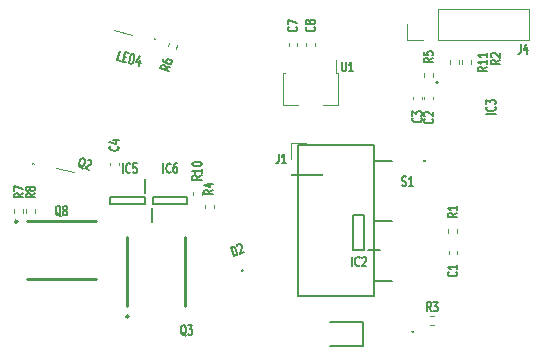
<source format=gbr>
%TF.GenerationSoftware,KiCad,Pcbnew,7.0.1*%
%TF.CreationDate,2024-02-21T00:56:42+02:00*%
%TF.ProjectId,PCBTRIGGERASSEMBLY,50434254-5249-4474-9745-52415353454d,rev?*%
%TF.SameCoordinates,Original*%
%TF.FileFunction,Legend,Top*%
%TF.FilePolarity,Positive*%
%FSLAX46Y46*%
G04 Gerber Fmt 4.6, Leading zero omitted, Abs format (unit mm)*
G04 Created by KiCad (PCBNEW 7.0.1) date 2024-02-21 00:56:42*
%MOMM*%
%LPD*%
G01*
G04 APERTURE LIST*
%ADD10C,0.150000*%
%ADD11C,0.120000*%
%ADD12C,0.200000*%
%ADD13C,0.100000*%
%ADD14C,0.254000*%
G04 APERTURE END LIST*
D10*
%TO.C,R7*%
X93270095Y-101899999D02*
X92889142Y-102099999D01*
X93270095Y-102242856D02*
X92470095Y-102242856D01*
X92470095Y-102242856D02*
X92470095Y-102014285D01*
X92470095Y-102014285D02*
X92508190Y-101957142D01*
X92508190Y-101957142D02*
X92546285Y-101928571D01*
X92546285Y-101928571D02*
X92622476Y-101899999D01*
X92622476Y-101899999D02*
X92736761Y-101899999D01*
X92736761Y-101899999D02*
X92812952Y-101928571D01*
X92812952Y-101928571D02*
X92851047Y-101957142D01*
X92851047Y-101957142D02*
X92889142Y-102014285D01*
X92889142Y-102014285D02*
X92889142Y-102242856D01*
X92470095Y-101699999D02*
X92470095Y-101299999D01*
X92470095Y-101299999D02*
X93270095Y-101557142D01*
%TO.C,IC6*%
X105114286Y-100170095D02*
X105114286Y-99370095D01*
X105742857Y-100093904D02*
X105714285Y-100132000D01*
X105714285Y-100132000D02*
X105628571Y-100170095D01*
X105628571Y-100170095D02*
X105571428Y-100170095D01*
X105571428Y-100170095D02*
X105485714Y-100132000D01*
X105485714Y-100132000D02*
X105428571Y-100055809D01*
X105428571Y-100055809D02*
X105400000Y-99979619D01*
X105400000Y-99979619D02*
X105371428Y-99827238D01*
X105371428Y-99827238D02*
X105371428Y-99712952D01*
X105371428Y-99712952D02*
X105400000Y-99560571D01*
X105400000Y-99560571D02*
X105428571Y-99484380D01*
X105428571Y-99484380D02*
X105485714Y-99408190D01*
X105485714Y-99408190D02*
X105571428Y-99370095D01*
X105571428Y-99370095D02*
X105628571Y-99370095D01*
X105628571Y-99370095D02*
X105714285Y-99408190D01*
X105714285Y-99408190D02*
X105742857Y-99446285D01*
X106257143Y-99370095D02*
X106142857Y-99370095D01*
X106142857Y-99370095D02*
X106085714Y-99408190D01*
X106085714Y-99408190D02*
X106057143Y-99446285D01*
X106057143Y-99446285D02*
X106000000Y-99560571D01*
X106000000Y-99560571D02*
X105971428Y-99712952D01*
X105971428Y-99712952D02*
X105971428Y-100017714D01*
X105971428Y-100017714D02*
X106000000Y-100093904D01*
X106000000Y-100093904D02*
X106028571Y-100132000D01*
X106028571Y-100132000D02*
X106085714Y-100170095D01*
X106085714Y-100170095D02*
X106200000Y-100170095D01*
X106200000Y-100170095D02*
X106257143Y-100132000D01*
X106257143Y-100132000D02*
X106285714Y-100093904D01*
X106285714Y-100093904D02*
X106314285Y-100017714D01*
X106314285Y-100017714D02*
X106314285Y-99827238D01*
X106314285Y-99827238D02*
X106285714Y-99751047D01*
X106285714Y-99751047D02*
X106257143Y-99712952D01*
X106257143Y-99712952D02*
X106200000Y-99674857D01*
X106200000Y-99674857D02*
X106085714Y-99674857D01*
X106085714Y-99674857D02*
X106028571Y-99712952D01*
X106028571Y-99712952D02*
X106000000Y-99751047D01*
X106000000Y-99751047D02*
X105971428Y-99827238D01*
%TO.C,C2*%
X127893904Y-95589999D02*
X127932000Y-95618571D01*
X127932000Y-95618571D02*
X127970095Y-95704285D01*
X127970095Y-95704285D02*
X127970095Y-95761428D01*
X127970095Y-95761428D02*
X127932000Y-95847142D01*
X127932000Y-95847142D02*
X127855809Y-95904285D01*
X127855809Y-95904285D02*
X127779619Y-95932856D01*
X127779619Y-95932856D02*
X127627238Y-95961428D01*
X127627238Y-95961428D02*
X127512952Y-95961428D01*
X127512952Y-95961428D02*
X127360571Y-95932856D01*
X127360571Y-95932856D02*
X127284380Y-95904285D01*
X127284380Y-95904285D02*
X127208190Y-95847142D01*
X127208190Y-95847142D02*
X127170095Y-95761428D01*
X127170095Y-95761428D02*
X127170095Y-95704285D01*
X127170095Y-95704285D02*
X127208190Y-95618571D01*
X127208190Y-95618571D02*
X127246285Y-95589999D01*
X127246285Y-95361428D02*
X127208190Y-95332856D01*
X127208190Y-95332856D02*
X127170095Y-95275714D01*
X127170095Y-95275714D02*
X127170095Y-95132856D01*
X127170095Y-95132856D02*
X127208190Y-95075714D01*
X127208190Y-95075714D02*
X127246285Y-95047142D01*
X127246285Y-95047142D02*
X127322476Y-95018571D01*
X127322476Y-95018571D02*
X127398666Y-95018571D01*
X127398666Y-95018571D02*
X127512952Y-95047142D01*
X127512952Y-95047142D02*
X127970095Y-95389999D01*
X127970095Y-95389999D02*
X127970095Y-95018571D01*
%TO.C,C7*%
X116393904Y-87799999D02*
X116432000Y-87828571D01*
X116432000Y-87828571D02*
X116470095Y-87914285D01*
X116470095Y-87914285D02*
X116470095Y-87971428D01*
X116470095Y-87971428D02*
X116432000Y-88057142D01*
X116432000Y-88057142D02*
X116355809Y-88114285D01*
X116355809Y-88114285D02*
X116279619Y-88142856D01*
X116279619Y-88142856D02*
X116127238Y-88171428D01*
X116127238Y-88171428D02*
X116012952Y-88171428D01*
X116012952Y-88171428D02*
X115860571Y-88142856D01*
X115860571Y-88142856D02*
X115784380Y-88114285D01*
X115784380Y-88114285D02*
X115708190Y-88057142D01*
X115708190Y-88057142D02*
X115670095Y-87971428D01*
X115670095Y-87971428D02*
X115670095Y-87914285D01*
X115670095Y-87914285D02*
X115708190Y-87828571D01*
X115708190Y-87828571D02*
X115746285Y-87799999D01*
X115670095Y-87599999D02*
X115670095Y-87199999D01*
X115670095Y-87199999D02*
X116470095Y-87457142D01*
%TO.C,D2*%
X111136059Y-107213253D02*
X110824760Y-106476305D01*
X110824760Y-106476305D02*
X110956358Y-106420716D01*
X110956358Y-106420716D02*
X111050140Y-106422455D01*
X111050140Y-106422455D02*
X111132427Y-106470405D01*
X111132427Y-106470405D02*
X111188394Y-106529473D01*
X111188394Y-106529473D02*
X111274009Y-106658726D01*
X111274009Y-106658726D02*
X111318480Y-106764004D01*
X111318480Y-106764004D02*
X111351456Y-106915493D01*
X111351456Y-106915493D02*
X111354784Y-106996796D01*
X111354784Y-106996796D02*
X111331792Y-107089218D01*
X111331792Y-107089218D02*
X111267657Y-107157664D01*
X111267657Y-107157664D02*
X111136059Y-107213253D01*
X111380799Y-106324134D02*
X111392295Y-106277923D01*
X111392295Y-106277923D02*
X111430110Y-106220595D01*
X111430110Y-106220595D02*
X111561708Y-106165006D01*
X111561708Y-106165006D02*
X111629171Y-106177863D01*
X111629171Y-106177863D02*
X111670315Y-106201838D01*
X111670315Y-106201838D02*
X111726282Y-106260905D01*
X111726282Y-106260905D02*
X111755929Y-106331091D01*
X111755929Y-106331091D02*
X111774081Y-106447487D01*
X111774081Y-106447487D02*
X111636131Y-107002014D01*
X111636131Y-107002014D02*
X111978286Y-106857483D01*
%TO.C,IC2*%
X121114286Y-108070095D02*
X121114286Y-107270095D01*
X121742857Y-107993904D02*
X121714285Y-108032000D01*
X121714285Y-108032000D02*
X121628571Y-108070095D01*
X121628571Y-108070095D02*
X121571428Y-108070095D01*
X121571428Y-108070095D02*
X121485714Y-108032000D01*
X121485714Y-108032000D02*
X121428571Y-107955809D01*
X121428571Y-107955809D02*
X121400000Y-107879619D01*
X121400000Y-107879619D02*
X121371428Y-107727238D01*
X121371428Y-107727238D02*
X121371428Y-107612952D01*
X121371428Y-107612952D02*
X121400000Y-107460571D01*
X121400000Y-107460571D02*
X121428571Y-107384380D01*
X121428571Y-107384380D02*
X121485714Y-107308190D01*
X121485714Y-107308190D02*
X121571428Y-107270095D01*
X121571428Y-107270095D02*
X121628571Y-107270095D01*
X121628571Y-107270095D02*
X121714285Y-107308190D01*
X121714285Y-107308190D02*
X121742857Y-107346285D01*
X121971428Y-107346285D02*
X122000000Y-107308190D01*
X122000000Y-107308190D02*
X122057143Y-107270095D01*
X122057143Y-107270095D02*
X122200000Y-107270095D01*
X122200000Y-107270095D02*
X122257143Y-107308190D01*
X122257143Y-107308190D02*
X122285714Y-107346285D01*
X122285714Y-107346285D02*
X122314285Y-107422476D01*
X122314285Y-107422476D02*
X122314285Y-107498666D01*
X122314285Y-107498666D02*
X122285714Y-107612952D01*
X122285714Y-107612952D02*
X121942857Y-108070095D01*
X121942857Y-108070095D02*
X122314285Y-108070095D01*
%TO.C,Q8*%
X96442857Y-103846285D02*
X96385714Y-103808190D01*
X96385714Y-103808190D02*
X96328571Y-103732000D01*
X96328571Y-103732000D02*
X96242857Y-103617714D01*
X96242857Y-103617714D02*
X96185714Y-103579619D01*
X96185714Y-103579619D02*
X96128571Y-103579619D01*
X96157142Y-103770095D02*
X96100000Y-103732000D01*
X96100000Y-103732000D02*
X96042857Y-103655809D01*
X96042857Y-103655809D02*
X96014285Y-103503428D01*
X96014285Y-103503428D02*
X96014285Y-103236761D01*
X96014285Y-103236761D02*
X96042857Y-103084380D01*
X96042857Y-103084380D02*
X96100000Y-103008190D01*
X96100000Y-103008190D02*
X96157142Y-102970095D01*
X96157142Y-102970095D02*
X96271428Y-102970095D01*
X96271428Y-102970095D02*
X96328571Y-103008190D01*
X96328571Y-103008190D02*
X96385714Y-103084380D01*
X96385714Y-103084380D02*
X96414285Y-103236761D01*
X96414285Y-103236761D02*
X96414285Y-103503428D01*
X96414285Y-103503428D02*
X96385714Y-103655809D01*
X96385714Y-103655809D02*
X96328571Y-103732000D01*
X96328571Y-103732000D02*
X96271428Y-103770095D01*
X96271428Y-103770095D02*
X96157142Y-103770095D01*
X96757142Y-103312952D02*
X96699999Y-103274857D01*
X96699999Y-103274857D02*
X96671428Y-103236761D01*
X96671428Y-103236761D02*
X96642856Y-103160571D01*
X96642856Y-103160571D02*
X96642856Y-103122476D01*
X96642856Y-103122476D02*
X96671428Y-103046285D01*
X96671428Y-103046285D02*
X96699999Y-103008190D01*
X96699999Y-103008190D02*
X96757142Y-102970095D01*
X96757142Y-102970095D02*
X96871428Y-102970095D01*
X96871428Y-102970095D02*
X96928571Y-103008190D01*
X96928571Y-103008190D02*
X96957142Y-103046285D01*
X96957142Y-103046285D02*
X96985713Y-103122476D01*
X96985713Y-103122476D02*
X96985713Y-103160571D01*
X96985713Y-103160571D02*
X96957142Y-103236761D01*
X96957142Y-103236761D02*
X96928571Y-103274857D01*
X96928571Y-103274857D02*
X96871428Y-103312952D01*
X96871428Y-103312952D02*
X96757142Y-103312952D01*
X96757142Y-103312952D02*
X96699999Y-103351047D01*
X96699999Y-103351047D02*
X96671428Y-103389142D01*
X96671428Y-103389142D02*
X96642856Y-103465333D01*
X96642856Y-103465333D02*
X96642856Y-103617714D01*
X96642856Y-103617714D02*
X96671428Y-103693904D01*
X96671428Y-103693904D02*
X96699999Y-103732000D01*
X96699999Y-103732000D02*
X96757142Y-103770095D01*
X96757142Y-103770095D02*
X96871428Y-103770095D01*
X96871428Y-103770095D02*
X96928571Y-103732000D01*
X96928571Y-103732000D02*
X96957142Y-103693904D01*
X96957142Y-103693904D02*
X96985713Y-103617714D01*
X96985713Y-103617714D02*
X96985713Y-103465333D01*
X96985713Y-103465333D02*
X96957142Y-103389142D01*
X96957142Y-103389142D02*
X96928571Y-103351047D01*
X96928571Y-103351047D02*
X96871428Y-103312952D01*
%TO.C,R10*%
X108394146Y-100385714D02*
X108013193Y-100585714D01*
X108394146Y-100728571D02*
X107594146Y-100728571D01*
X107594146Y-100728571D02*
X107594146Y-100500000D01*
X107594146Y-100500000D02*
X107632241Y-100442857D01*
X107632241Y-100442857D02*
X107670336Y-100414286D01*
X107670336Y-100414286D02*
X107746527Y-100385714D01*
X107746527Y-100385714D02*
X107860812Y-100385714D01*
X107860812Y-100385714D02*
X107937003Y-100414286D01*
X107937003Y-100414286D02*
X107975098Y-100442857D01*
X107975098Y-100442857D02*
X108013193Y-100500000D01*
X108013193Y-100500000D02*
X108013193Y-100728571D01*
X108394146Y-99814286D02*
X108394146Y-100157143D01*
X108394146Y-99985714D02*
X107594146Y-99985714D01*
X107594146Y-99985714D02*
X107708431Y-100042857D01*
X107708431Y-100042857D02*
X107784622Y-100100000D01*
X107784622Y-100100000D02*
X107822717Y-100157143D01*
X107594146Y-99442857D02*
X107594146Y-99385714D01*
X107594146Y-99385714D02*
X107632241Y-99328571D01*
X107632241Y-99328571D02*
X107670336Y-99300000D01*
X107670336Y-99300000D02*
X107746527Y-99271428D01*
X107746527Y-99271428D02*
X107898908Y-99242857D01*
X107898908Y-99242857D02*
X108089384Y-99242857D01*
X108089384Y-99242857D02*
X108241765Y-99271428D01*
X108241765Y-99271428D02*
X108317955Y-99300000D01*
X108317955Y-99300000D02*
X108356051Y-99328571D01*
X108356051Y-99328571D02*
X108394146Y-99385714D01*
X108394146Y-99385714D02*
X108394146Y-99442857D01*
X108394146Y-99442857D02*
X108356051Y-99500000D01*
X108356051Y-99500000D02*
X108317955Y-99528571D01*
X108317955Y-99528571D02*
X108241765Y-99557142D01*
X108241765Y-99557142D02*
X108089384Y-99585714D01*
X108089384Y-99585714D02*
X107898908Y-99585714D01*
X107898908Y-99585714D02*
X107746527Y-99557142D01*
X107746527Y-99557142D02*
X107670336Y-99528571D01*
X107670336Y-99528571D02*
X107632241Y-99500000D01*
X107632241Y-99500000D02*
X107594146Y-99442857D01*
%TO.C,C1*%
X129940036Y-108558430D02*
X129978132Y-108587002D01*
X129978132Y-108587002D02*
X130016227Y-108672716D01*
X130016227Y-108672716D02*
X130016227Y-108729859D01*
X130016227Y-108729859D02*
X129978132Y-108815573D01*
X129978132Y-108815573D02*
X129901941Y-108872716D01*
X129901941Y-108872716D02*
X129825751Y-108901287D01*
X129825751Y-108901287D02*
X129673370Y-108929859D01*
X129673370Y-108929859D02*
X129559084Y-108929859D01*
X129559084Y-108929859D02*
X129406703Y-108901287D01*
X129406703Y-108901287D02*
X129330512Y-108872716D01*
X129330512Y-108872716D02*
X129254322Y-108815573D01*
X129254322Y-108815573D02*
X129216227Y-108729859D01*
X129216227Y-108729859D02*
X129216227Y-108672716D01*
X129216227Y-108672716D02*
X129254322Y-108587002D01*
X129254322Y-108587002D02*
X129292417Y-108558430D01*
X130016227Y-107987002D02*
X130016227Y-108329859D01*
X130016227Y-108158430D02*
X129216227Y-108158430D01*
X129216227Y-108158430D02*
X129330512Y-108215573D01*
X129330512Y-108215573D02*
X129406703Y-108272716D01*
X129406703Y-108272716D02*
X129444798Y-108329859D01*
%TO.C,J1*%
X114899999Y-98570095D02*
X114899999Y-99141523D01*
X114899999Y-99141523D02*
X114871428Y-99255809D01*
X114871428Y-99255809D02*
X114814285Y-99332000D01*
X114814285Y-99332000D02*
X114728571Y-99370095D01*
X114728571Y-99370095D02*
X114671428Y-99370095D01*
X115499999Y-99370095D02*
X115157142Y-99370095D01*
X115328571Y-99370095D02*
X115328571Y-98570095D01*
X115328571Y-98570095D02*
X115271428Y-98684380D01*
X115271428Y-98684380D02*
X115214285Y-98760571D01*
X115214285Y-98760571D02*
X115157142Y-98798666D01*
%TO.C,Q2*%
X98329296Y-99816289D02*
X98283961Y-99764702D01*
X98283961Y-99764702D02*
X98248484Y-99676318D01*
X98248484Y-99676318D02*
X98195270Y-99543742D01*
X98195270Y-99543742D02*
X98149934Y-99492155D01*
X98149934Y-99492155D02*
X98094738Y-99477365D01*
X98073037Y-99668746D02*
X98027701Y-99617159D01*
X98027701Y-99617159D02*
X97992225Y-99528775D01*
X97992225Y-99528775D02*
X98004066Y-99374192D01*
X98004066Y-99374192D02*
X98073085Y-99116612D01*
X98073085Y-99116612D02*
X98140122Y-98976818D01*
X98140122Y-98976818D02*
X98215037Y-98918013D01*
X98215037Y-98918013D02*
X98280092Y-98896005D01*
X98280092Y-98896005D02*
X98390484Y-98925585D01*
X98390484Y-98925585D02*
X98435820Y-98977172D01*
X98435820Y-98977172D02*
X98471296Y-99065556D01*
X98471296Y-99065556D02*
X98459455Y-99220139D01*
X98459455Y-99220139D02*
X98390437Y-99477719D01*
X98390437Y-99477719D02*
X98323400Y-99617513D01*
X98323400Y-99617513D02*
X98248484Y-99676318D01*
X98248484Y-99676318D02*
X98183429Y-99698325D01*
X98183429Y-99698325D02*
X98073037Y-99668746D01*
X98729536Y-99095312D02*
X98766994Y-99065909D01*
X98766994Y-99065909D02*
X98832050Y-99043902D01*
X98832050Y-99043902D02*
X98970039Y-99080876D01*
X98970039Y-99080876D02*
X99015375Y-99132463D01*
X99015375Y-99132463D02*
X99033113Y-99176655D01*
X99033113Y-99176655D02*
X99040992Y-99257644D01*
X99040992Y-99257644D02*
X99021272Y-99331238D01*
X99021272Y-99331238D02*
X98964095Y-99434235D01*
X98964095Y-99434235D02*
X98514603Y-99787063D01*
X98514603Y-99787063D02*
X98873375Y-99883196D01*
%TO.C,R4*%
X109370095Y-101599999D02*
X108989142Y-101799999D01*
X109370095Y-101942856D02*
X108570095Y-101942856D01*
X108570095Y-101942856D02*
X108570095Y-101714285D01*
X108570095Y-101714285D02*
X108608190Y-101657142D01*
X108608190Y-101657142D02*
X108646285Y-101628571D01*
X108646285Y-101628571D02*
X108722476Y-101599999D01*
X108722476Y-101599999D02*
X108836761Y-101599999D01*
X108836761Y-101599999D02*
X108912952Y-101628571D01*
X108912952Y-101628571D02*
X108951047Y-101657142D01*
X108951047Y-101657142D02*
X108989142Y-101714285D01*
X108989142Y-101714285D02*
X108989142Y-101942856D01*
X108836761Y-101085714D02*
X109370095Y-101085714D01*
X108532000Y-101228571D02*
X109103428Y-101371428D01*
X109103428Y-101371428D02*
X109103428Y-100999999D01*
%TO.C,R1*%
X130016227Y-103558430D02*
X129635274Y-103758430D01*
X130016227Y-103901287D02*
X129216227Y-103901287D01*
X129216227Y-103901287D02*
X129216227Y-103672716D01*
X129216227Y-103672716D02*
X129254322Y-103615573D01*
X129254322Y-103615573D02*
X129292417Y-103587002D01*
X129292417Y-103587002D02*
X129368608Y-103558430D01*
X129368608Y-103558430D02*
X129482893Y-103558430D01*
X129482893Y-103558430D02*
X129559084Y-103587002D01*
X129559084Y-103587002D02*
X129597179Y-103615573D01*
X129597179Y-103615573D02*
X129635274Y-103672716D01*
X129635274Y-103672716D02*
X129635274Y-103901287D01*
X130016227Y-102987002D02*
X130016227Y-103329859D01*
X130016227Y-103158430D02*
X129216227Y-103158430D01*
X129216227Y-103158430D02*
X129330512Y-103215573D01*
X129330512Y-103215573D02*
X129406703Y-103272716D01*
X129406703Y-103272716D02*
X129444798Y-103329859D01*
%TO.C,J4*%
X135399999Y-89270095D02*
X135399999Y-89841523D01*
X135399999Y-89841523D02*
X135371428Y-89955809D01*
X135371428Y-89955809D02*
X135314285Y-90032000D01*
X135314285Y-90032000D02*
X135228571Y-90070095D01*
X135228571Y-90070095D02*
X135171428Y-90070095D01*
X135942857Y-89536761D02*
X135942857Y-90070095D01*
X135799999Y-89232000D02*
X135657142Y-89803428D01*
X135657142Y-89803428D02*
X136028571Y-89803428D01*
%TO.C,Q3*%
X107042857Y-113946285D02*
X106985714Y-113908190D01*
X106985714Y-113908190D02*
X106928571Y-113832000D01*
X106928571Y-113832000D02*
X106842857Y-113717714D01*
X106842857Y-113717714D02*
X106785714Y-113679619D01*
X106785714Y-113679619D02*
X106728571Y-113679619D01*
X106757142Y-113870095D02*
X106700000Y-113832000D01*
X106700000Y-113832000D02*
X106642857Y-113755809D01*
X106642857Y-113755809D02*
X106614285Y-113603428D01*
X106614285Y-113603428D02*
X106614285Y-113336761D01*
X106614285Y-113336761D02*
X106642857Y-113184380D01*
X106642857Y-113184380D02*
X106700000Y-113108190D01*
X106700000Y-113108190D02*
X106757142Y-113070095D01*
X106757142Y-113070095D02*
X106871428Y-113070095D01*
X106871428Y-113070095D02*
X106928571Y-113108190D01*
X106928571Y-113108190D02*
X106985714Y-113184380D01*
X106985714Y-113184380D02*
X107014285Y-113336761D01*
X107014285Y-113336761D02*
X107014285Y-113603428D01*
X107014285Y-113603428D02*
X106985714Y-113755809D01*
X106985714Y-113755809D02*
X106928571Y-113832000D01*
X106928571Y-113832000D02*
X106871428Y-113870095D01*
X106871428Y-113870095D02*
X106757142Y-113870095D01*
X107214285Y-113070095D02*
X107585713Y-113070095D01*
X107585713Y-113070095D02*
X107385713Y-113374857D01*
X107385713Y-113374857D02*
X107471428Y-113374857D01*
X107471428Y-113374857D02*
X107528571Y-113412952D01*
X107528571Y-113412952D02*
X107557142Y-113451047D01*
X107557142Y-113451047D02*
X107585713Y-113527238D01*
X107585713Y-113527238D02*
X107585713Y-113717714D01*
X107585713Y-113717714D02*
X107557142Y-113793904D01*
X107557142Y-113793904D02*
X107528571Y-113832000D01*
X107528571Y-113832000D02*
X107471428Y-113870095D01*
X107471428Y-113870095D02*
X107299999Y-113870095D01*
X107299999Y-113870095D02*
X107242856Y-113832000D01*
X107242856Y-113832000D02*
X107214285Y-113793904D01*
%TO.C,R8*%
X94270095Y-101899999D02*
X93889142Y-102099999D01*
X94270095Y-102242856D02*
X93470095Y-102242856D01*
X93470095Y-102242856D02*
X93470095Y-102014285D01*
X93470095Y-102014285D02*
X93508190Y-101957142D01*
X93508190Y-101957142D02*
X93546285Y-101928571D01*
X93546285Y-101928571D02*
X93622476Y-101899999D01*
X93622476Y-101899999D02*
X93736761Y-101899999D01*
X93736761Y-101899999D02*
X93812952Y-101928571D01*
X93812952Y-101928571D02*
X93851047Y-101957142D01*
X93851047Y-101957142D02*
X93889142Y-102014285D01*
X93889142Y-102014285D02*
X93889142Y-102242856D01*
X93812952Y-101557142D02*
X93774857Y-101614285D01*
X93774857Y-101614285D02*
X93736761Y-101642856D01*
X93736761Y-101642856D02*
X93660571Y-101671428D01*
X93660571Y-101671428D02*
X93622476Y-101671428D01*
X93622476Y-101671428D02*
X93546285Y-101642856D01*
X93546285Y-101642856D02*
X93508190Y-101614285D01*
X93508190Y-101614285D02*
X93470095Y-101557142D01*
X93470095Y-101557142D02*
X93470095Y-101442856D01*
X93470095Y-101442856D02*
X93508190Y-101385714D01*
X93508190Y-101385714D02*
X93546285Y-101357142D01*
X93546285Y-101357142D02*
X93622476Y-101328571D01*
X93622476Y-101328571D02*
X93660571Y-101328571D01*
X93660571Y-101328571D02*
X93736761Y-101357142D01*
X93736761Y-101357142D02*
X93774857Y-101385714D01*
X93774857Y-101385714D02*
X93812952Y-101442856D01*
X93812952Y-101442856D02*
X93812952Y-101557142D01*
X93812952Y-101557142D02*
X93851047Y-101614285D01*
X93851047Y-101614285D02*
X93889142Y-101642856D01*
X93889142Y-101642856D02*
X93965333Y-101671428D01*
X93965333Y-101671428D02*
X94117714Y-101671428D01*
X94117714Y-101671428D02*
X94193904Y-101642856D01*
X94193904Y-101642856D02*
X94232000Y-101614285D01*
X94232000Y-101614285D02*
X94270095Y-101557142D01*
X94270095Y-101557142D02*
X94270095Y-101442856D01*
X94270095Y-101442856D02*
X94232000Y-101385714D01*
X94232000Y-101385714D02*
X94193904Y-101357142D01*
X94193904Y-101357142D02*
X94117714Y-101328571D01*
X94117714Y-101328571D02*
X93965333Y-101328571D01*
X93965333Y-101328571D02*
X93889142Y-101357142D01*
X93889142Y-101357142D02*
X93851047Y-101385714D01*
X93851047Y-101385714D02*
X93812952Y-101442856D01*
%TO.C,C3*%
X126943904Y-95519999D02*
X126982000Y-95548571D01*
X126982000Y-95548571D02*
X127020095Y-95634285D01*
X127020095Y-95634285D02*
X127020095Y-95691428D01*
X127020095Y-95691428D02*
X126982000Y-95777142D01*
X126982000Y-95777142D02*
X126905809Y-95834285D01*
X126905809Y-95834285D02*
X126829619Y-95862856D01*
X126829619Y-95862856D02*
X126677238Y-95891428D01*
X126677238Y-95891428D02*
X126562952Y-95891428D01*
X126562952Y-95891428D02*
X126410571Y-95862856D01*
X126410571Y-95862856D02*
X126334380Y-95834285D01*
X126334380Y-95834285D02*
X126258190Y-95777142D01*
X126258190Y-95777142D02*
X126220095Y-95691428D01*
X126220095Y-95691428D02*
X126220095Y-95634285D01*
X126220095Y-95634285D02*
X126258190Y-95548571D01*
X126258190Y-95548571D02*
X126296285Y-95519999D01*
X126220095Y-95319999D02*
X126220095Y-94948571D01*
X126220095Y-94948571D02*
X126524857Y-95148571D01*
X126524857Y-95148571D02*
X126524857Y-95062856D01*
X126524857Y-95062856D02*
X126562952Y-95005714D01*
X126562952Y-95005714D02*
X126601047Y-94977142D01*
X126601047Y-94977142D02*
X126677238Y-94948571D01*
X126677238Y-94948571D02*
X126867714Y-94948571D01*
X126867714Y-94948571D02*
X126943904Y-94977142D01*
X126943904Y-94977142D02*
X126982000Y-95005714D01*
X126982000Y-95005714D02*
X127020095Y-95062856D01*
X127020095Y-95062856D02*
X127020095Y-95234285D01*
X127020095Y-95234285D02*
X126982000Y-95291428D01*
X126982000Y-95291428D02*
X126943904Y-95319999D01*
%TO.C,R5*%
X127970095Y-90449999D02*
X127589142Y-90649999D01*
X127970095Y-90792856D02*
X127170095Y-90792856D01*
X127170095Y-90792856D02*
X127170095Y-90564285D01*
X127170095Y-90564285D02*
X127208190Y-90507142D01*
X127208190Y-90507142D02*
X127246285Y-90478571D01*
X127246285Y-90478571D02*
X127322476Y-90449999D01*
X127322476Y-90449999D02*
X127436761Y-90449999D01*
X127436761Y-90449999D02*
X127512952Y-90478571D01*
X127512952Y-90478571D02*
X127551047Y-90507142D01*
X127551047Y-90507142D02*
X127589142Y-90564285D01*
X127589142Y-90564285D02*
X127589142Y-90792856D01*
X127170095Y-89907142D02*
X127170095Y-90192856D01*
X127170095Y-90192856D02*
X127551047Y-90221428D01*
X127551047Y-90221428D02*
X127512952Y-90192856D01*
X127512952Y-90192856D02*
X127474857Y-90135714D01*
X127474857Y-90135714D02*
X127474857Y-89992856D01*
X127474857Y-89992856D02*
X127512952Y-89935714D01*
X127512952Y-89935714D02*
X127551047Y-89907142D01*
X127551047Y-89907142D02*
X127627238Y-89878571D01*
X127627238Y-89878571D02*
X127817714Y-89878571D01*
X127817714Y-89878571D02*
X127893904Y-89907142D01*
X127893904Y-89907142D02*
X127932000Y-89935714D01*
X127932000Y-89935714D02*
X127970095Y-89992856D01*
X127970095Y-89992856D02*
X127970095Y-90135714D01*
X127970095Y-90135714D02*
X127932000Y-90192856D01*
X127932000Y-90192856D02*
X127893904Y-90221428D01*
%TO.C,R11*%
X132570095Y-91185714D02*
X132189142Y-91385714D01*
X132570095Y-91528571D02*
X131770095Y-91528571D01*
X131770095Y-91528571D02*
X131770095Y-91300000D01*
X131770095Y-91300000D02*
X131808190Y-91242857D01*
X131808190Y-91242857D02*
X131846285Y-91214286D01*
X131846285Y-91214286D02*
X131922476Y-91185714D01*
X131922476Y-91185714D02*
X132036761Y-91185714D01*
X132036761Y-91185714D02*
X132112952Y-91214286D01*
X132112952Y-91214286D02*
X132151047Y-91242857D01*
X132151047Y-91242857D02*
X132189142Y-91300000D01*
X132189142Y-91300000D02*
X132189142Y-91528571D01*
X132570095Y-90614286D02*
X132570095Y-90957143D01*
X132570095Y-90785714D02*
X131770095Y-90785714D01*
X131770095Y-90785714D02*
X131884380Y-90842857D01*
X131884380Y-90842857D02*
X131960571Y-90900000D01*
X131960571Y-90900000D02*
X131998666Y-90957143D01*
X132570095Y-90042857D02*
X132570095Y-90385714D01*
X132570095Y-90214285D02*
X131770095Y-90214285D01*
X131770095Y-90214285D02*
X131884380Y-90271428D01*
X131884380Y-90271428D02*
X131960571Y-90328571D01*
X131960571Y-90328571D02*
X131998666Y-90385714D01*
%TO.C,C8*%
X117893904Y-87799999D02*
X117932000Y-87828571D01*
X117932000Y-87828571D02*
X117970095Y-87914285D01*
X117970095Y-87914285D02*
X117970095Y-87971428D01*
X117970095Y-87971428D02*
X117932000Y-88057142D01*
X117932000Y-88057142D02*
X117855809Y-88114285D01*
X117855809Y-88114285D02*
X117779619Y-88142856D01*
X117779619Y-88142856D02*
X117627238Y-88171428D01*
X117627238Y-88171428D02*
X117512952Y-88171428D01*
X117512952Y-88171428D02*
X117360571Y-88142856D01*
X117360571Y-88142856D02*
X117284380Y-88114285D01*
X117284380Y-88114285D02*
X117208190Y-88057142D01*
X117208190Y-88057142D02*
X117170095Y-87971428D01*
X117170095Y-87971428D02*
X117170095Y-87914285D01*
X117170095Y-87914285D02*
X117208190Y-87828571D01*
X117208190Y-87828571D02*
X117246285Y-87799999D01*
X117512952Y-87457142D02*
X117474857Y-87514285D01*
X117474857Y-87514285D02*
X117436761Y-87542856D01*
X117436761Y-87542856D02*
X117360571Y-87571428D01*
X117360571Y-87571428D02*
X117322476Y-87571428D01*
X117322476Y-87571428D02*
X117246285Y-87542856D01*
X117246285Y-87542856D02*
X117208190Y-87514285D01*
X117208190Y-87514285D02*
X117170095Y-87457142D01*
X117170095Y-87457142D02*
X117170095Y-87342856D01*
X117170095Y-87342856D02*
X117208190Y-87285714D01*
X117208190Y-87285714D02*
X117246285Y-87257142D01*
X117246285Y-87257142D02*
X117322476Y-87228571D01*
X117322476Y-87228571D02*
X117360571Y-87228571D01*
X117360571Y-87228571D02*
X117436761Y-87257142D01*
X117436761Y-87257142D02*
X117474857Y-87285714D01*
X117474857Y-87285714D02*
X117512952Y-87342856D01*
X117512952Y-87342856D02*
X117512952Y-87457142D01*
X117512952Y-87457142D02*
X117551047Y-87514285D01*
X117551047Y-87514285D02*
X117589142Y-87542856D01*
X117589142Y-87542856D02*
X117665333Y-87571428D01*
X117665333Y-87571428D02*
X117817714Y-87571428D01*
X117817714Y-87571428D02*
X117893904Y-87542856D01*
X117893904Y-87542856D02*
X117932000Y-87514285D01*
X117932000Y-87514285D02*
X117970095Y-87457142D01*
X117970095Y-87457142D02*
X117970095Y-87342856D01*
X117970095Y-87342856D02*
X117932000Y-87285714D01*
X117932000Y-87285714D02*
X117893904Y-87257142D01*
X117893904Y-87257142D02*
X117817714Y-87228571D01*
X117817714Y-87228571D02*
X117665333Y-87228571D01*
X117665333Y-87228571D02*
X117589142Y-87257142D01*
X117589142Y-87257142D02*
X117551047Y-87285714D01*
X117551047Y-87285714D02*
X117512952Y-87342856D01*
%TO.C,R2*%
X133670095Y-90599999D02*
X133289142Y-90799999D01*
X133670095Y-90942856D02*
X132870095Y-90942856D01*
X132870095Y-90942856D02*
X132870095Y-90714285D01*
X132870095Y-90714285D02*
X132908190Y-90657142D01*
X132908190Y-90657142D02*
X132946285Y-90628571D01*
X132946285Y-90628571D02*
X133022476Y-90599999D01*
X133022476Y-90599999D02*
X133136761Y-90599999D01*
X133136761Y-90599999D02*
X133212952Y-90628571D01*
X133212952Y-90628571D02*
X133251047Y-90657142D01*
X133251047Y-90657142D02*
X133289142Y-90714285D01*
X133289142Y-90714285D02*
X133289142Y-90942856D01*
X132946285Y-90371428D02*
X132908190Y-90342856D01*
X132908190Y-90342856D02*
X132870095Y-90285714D01*
X132870095Y-90285714D02*
X132870095Y-90142856D01*
X132870095Y-90142856D02*
X132908190Y-90085714D01*
X132908190Y-90085714D02*
X132946285Y-90057142D01*
X132946285Y-90057142D02*
X133022476Y-90028571D01*
X133022476Y-90028571D02*
X133098666Y-90028571D01*
X133098666Y-90028571D02*
X133212952Y-90057142D01*
X133212952Y-90057142D02*
X133670095Y-90399999D01*
X133670095Y-90399999D02*
X133670095Y-90028571D01*
%TO.C,IC5*%
X101714286Y-100170095D02*
X101714286Y-99370095D01*
X102342857Y-100093904D02*
X102314285Y-100132000D01*
X102314285Y-100132000D02*
X102228571Y-100170095D01*
X102228571Y-100170095D02*
X102171428Y-100170095D01*
X102171428Y-100170095D02*
X102085714Y-100132000D01*
X102085714Y-100132000D02*
X102028571Y-100055809D01*
X102028571Y-100055809D02*
X102000000Y-99979619D01*
X102000000Y-99979619D02*
X101971428Y-99827238D01*
X101971428Y-99827238D02*
X101971428Y-99712952D01*
X101971428Y-99712952D02*
X102000000Y-99560571D01*
X102000000Y-99560571D02*
X102028571Y-99484380D01*
X102028571Y-99484380D02*
X102085714Y-99408190D01*
X102085714Y-99408190D02*
X102171428Y-99370095D01*
X102171428Y-99370095D02*
X102228571Y-99370095D01*
X102228571Y-99370095D02*
X102314285Y-99408190D01*
X102314285Y-99408190D02*
X102342857Y-99446285D01*
X102885714Y-99370095D02*
X102600000Y-99370095D01*
X102600000Y-99370095D02*
X102571428Y-99751047D01*
X102571428Y-99751047D02*
X102600000Y-99712952D01*
X102600000Y-99712952D02*
X102657143Y-99674857D01*
X102657143Y-99674857D02*
X102800000Y-99674857D01*
X102800000Y-99674857D02*
X102857143Y-99712952D01*
X102857143Y-99712952D02*
X102885714Y-99751047D01*
X102885714Y-99751047D02*
X102914285Y-99827238D01*
X102914285Y-99827238D02*
X102914285Y-100017714D01*
X102914285Y-100017714D02*
X102885714Y-100093904D01*
X102885714Y-100093904D02*
X102857143Y-100132000D01*
X102857143Y-100132000D02*
X102800000Y-100170095D01*
X102800000Y-100170095D02*
X102657143Y-100170095D01*
X102657143Y-100170095D02*
X102600000Y-100132000D01*
X102600000Y-100132000D02*
X102571428Y-100093904D01*
%TO.C,U1*%
X120242857Y-90770095D02*
X120242857Y-91417714D01*
X120242857Y-91417714D02*
X120271428Y-91493904D01*
X120271428Y-91493904D02*
X120300000Y-91532000D01*
X120300000Y-91532000D02*
X120357142Y-91570095D01*
X120357142Y-91570095D02*
X120471428Y-91570095D01*
X120471428Y-91570095D02*
X120528571Y-91532000D01*
X120528571Y-91532000D02*
X120557142Y-91493904D01*
X120557142Y-91493904D02*
X120585714Y-91417714D01*
X120585714Y-91417714D02*
X120585714Y-90770095D01*
X121185713Y-91570095D02*
X120842856Y-91570095D01*
X121014285Y-91570095D02*
X121014285Y-90770095D01*
X121014285Y-90770095D02*
X120957142Y-90884380D01*
X120957142Y-90884380D02*
X120899999Y-90960571D01*
X120899999Y-90960571D02*
X120842856Y-90998666D01*
%TO.C,C4*%
X101293904Y-97920166D02*
X101332000Y-97948738D01*
X101332000Y-97948738D02*
X101370095Y-98034452D01*
X101370095Y-98034452D02*
X101370095Y-98091595D01*
X101370095Y-98091595D02*
X101332000Y-98177309D01*
X101332000Y-98177309D02*
X101255809Y-98234452D01*
X101255809Y-98234452D02*
X101179619Y-98263023D01*
X101179619Y-98263023D02*
X101027238Y-98291595D01*
X101027238Y-98291595D02*
X100912952Y-98291595D01*
X100912952Y-98291595D02*
X100760571Y-98263023D01*
X100760571Y-98263023D02*
X100684380Y-98234452D01*
X100684380Y-98234452D02*
X100608190Y-98177309D01*
X100608190Y-98177309D02*
X100570095Y-98091595D01*
X100570095Y-98091595D02*
X100570095Y-98034452D01*
X100570095Y-98034452D02*
X100608190Y-97948738D01*
X100608190Y-97948738D02*
X100646285Y-97920166D01*
X100836761Y-97405881D02*
X101370095Y-97405881D01*
X100532000Y-97548738D02*
X101103428Y-97691595D01*
X101103428Y-97691595D02*
X101103428Y-97320166D01*
%TO.C,R3*%
X127800000Y-111900095D02*
X127600000Y-111519142D01*
X127457143Y-111900095D02*
X127457143Y-111100095D01*
X127457143Y-111100095D02*
X127685714Y-111100095D01*
X127685714Y-111100095D02*
X127742857Y-111138190D01*
X127742857Y-111138190D02*
X127771428Y-111176285D01*
X127771428Y-111176285D02*
X127800000Y-111252476D01*
X127800000Y-111252476D02*
X127800000Y-111366761D01*
X127800000Y-111366761D02*
X127771428Y-111442952D01*
X127771428Y-111442952D02*
X127742857Y-111481047D01*
X127742857Y-111481047D02*
X127685714Y-111519142D01*
X127685714Y-111519142D02*
X127457143Y-111519142D01*
X128000000Y-111100095D02*
X128371428Y-111100095D01*
X128371428Y-111100095D02*
X128171428Y-111404857D01*
X128171428Y-111404857D02*
X128257143Y-111404857D01*
X128257143Y-111404857D02*
X128314286Y-111442952D01*
X128314286Y-111442952D02*
X128342857Y-111481047D01*
X128342857Y-111481047D02*
X128371428Y-111557238D01*
X128371428Y-111557238D02*
X128371428Y-111747714D01*
X128371428Y-111747714D02*
X128342857Y-111823904D01*
X128342857Y-111823904D02*
X128314286Y-111862000D01*
X128314286Y-111862000D02*
X128257143Y-111900095D01*
X128257143Y-111900095D02*
X128085714Y-111900095D01*
X128085714Y-111900095D02*
X128028571Y-111862000D01*
X128028571Y-111862000D02*
X128000000Y-111823904D01*
%TO.C,S1*%
X125342856Y-101232000D02*
X125428571Y-101270095D01*
X125428571Y-101270095D02*
X125571428Y-101270095D01*
X125571428Y-101270095D02*
X125628571Y-101232000D01*
X125628571Y-101232000D02*
X125657142Y-101193904D01*
X125657142Y-101193904D02*
X125685713Y-101117714D01*
X125685713Y-101117714D02*
X125685713Y-101041523D01*
X125685713Y-101041523D02*
X125657142Y-100965333D01*
X125657142Y-100965333D02*
X125628571Y-100927238D01*
X125628571Y-100927238D02*
X125571428Y-100889142D01*
X125571428Y-100889142D02*
X125457142Y-100851047D01*
X125457142Y-100851047D02*
X125399999Y-100812952D01*
X125399999Y-100812952D02*
X125371428Y-100774857D01*
X125371428Y-100774857D02*
X125342856Y-100698666D01*
X125342856Y-100698666D02*
X125342856Y-100622476D01*
X125342856Y-100622476D02*
X125371428Y-100546285D01*
X125371428Y-100546285D02*
X125399999Y-100508190D01*
X125399999Y-100508190D02*
X125457142Y-100470095D01*
X125457142Y-100470095D02*
X125599999Y-100470095D01*
X125599999Y-100470095D02*
X125685713Y-100508190D01*
X126257142Y-101270095D02*
X125914285Y-101270095D01*
X126085714Y-101270095D02*
X126085714Y-100470095D01*
X126085714Y-100470095D02*
X126028571Y-100584380D01*
X126028571Y-100584380D02*
X125971428Y-100660571D01*
X125971428Y-100660571D02*
X125914285Y-100698666D01*
%TO.C,IC3*%
X133270095Y-95185713D02*
X132470095Y-95185713D01*
X133193904Y-94557142D02*
X133232000Y-94585714D01*
X133232000Y-94585714D02*
X133270095Y-94671428D01*
X133270095Y-94671428D02*
X133270095Y-94728571D01*
X133270095Y-94728571D02*
X133232000Y-94814285D01*
X133232000Y-94814285D02*
X133155809Y-94871428D01*
X133155809Y-94871428D02*
X133079619Y-94899999D01*
X133079619Y-94899999D02*
X132927238Y-94928571D01*
X132927238Y-94928571D02*
X132812952Y-94928571D01*
X132812952Y-94928571D02*
X132660571Y-94899999D01*
X132660571Y-94899999D02*
X132584380Y-94871428D01*
X132584380Y-94871428D02*
X132508190Y-94814285D01*
X132508190Y-94814285D02*
X132470095Y-94728571D01*
X132470095Y-94728571D02*
X132470095Y-94671428D01*
X132470095Y-94671428D02*
X132508190Y-94585714D01*
X132508190Y-94585714D02*
X132546285Y-94557142D01*
X132470095Y-94357142D02*
X132470095Y-93985714D01*
X132470095Y-93985714D02*
X132774857Y-94185714D01*
X132774857Y-94185714D02*
X132774857Y-94099999D01*
X132774857Y-94099999D02*
X132812952Y-94042857D01*
X132812952Y-94042857D02*
X132851047Y-94014285D01*
X132851047Y-94014285D02*
X132927238Y-93985714D01*
X132927238Y-93985714D02*
X133117714Y-93985714D01*
X133117714Y-93985714D02*
X133193904Y-94014285D01*
X133193904Y-94014285D02*
X133232000Y-94042857D01*
X133232000Y-94042857D02*
X133270095Y-94099999D01*
X133270095Y-94099999D02*
X133270095Y-94271428D01*
X133270095Y-94271428D02*
X133232000Y-94328571D01*
X133232000Y-94328571D02*
X133193904Y-94357142D01*
%TO.C,LED4*%
X101505662Y-90683706D02*
X101229683Y-90609757D01*
X101229683Y-90609757D02*
X101436738Y-89837017D01*
X101807304Y-90330700D02*
X102000489Y-90382464D01*
X101974825Y-90809418D02*
X101698846Y-90735469D01*
X101698846Y-90735469D02*
X101905902Y-89962729D01*
X101905902Y-89962729D02*
X102181881Y-90036677D01*
X102223206Y-90875971D02*
X102430261Y-90103230D01*
X102430261Y-90103230D02*
X102568251Y-90140205D01*
X102568251Y-90140205D02*
X102641185Y-90199186D01*
X102641185Y-90199186D02*
X102676661Y-90287570D01*
X102676661Y-90287570D02*
X102684539Y-90368559D01*
X102684539Y-90368559D02*
X102672698Y-90523143D01*
X102672698Y-90523143D02*
X102643119Y-90633534D01*
X102643119Y-90633534D02*
X102576082Y-90773328D01*
X102576082Y-90773328D02*
X102528764Y-90839528D01*
X102528764Y-90839528D02*
X102453849Y-90898332D01*
X102453849Y-90898332D02*
X102361195Y-90912945D01*
X102361195Y-90912945D02*
X102223206Y-90875971D01*
X103189179Y-90582655D02*
X103051143Y-91097816D01*
X103130068Y-90251304D02*
X102844182Y-90766287D01*
X102844182Y-90766287D02*
X103202955Y-90862420D01*
%TO.C,R6*%
X105731602Y-91192380D02*
X105311867Y-91286967D01*
X105642864Y-91523554D02*
X104870124Y-91316499D01*
X104870124Y-91316499D02*
X104929282Y-91095716D01*
X104929282Y-91095716D02*
X104980869Y-91050380D01*
X104980869Y-91050380D02*
X105025061Y-91032642D01*
X105025061Y-91032642D02*
X105106050Y-91024763D01*
X105106050Y-91024763D02*
X105216442Y-91054343D01*
X105216442Y-91054343D02*
X105282641Y-91101660D01*
X105282641Y-91101660D02*
X105312044Y-91139118D01*
X105312044Y-91139118D02*
X105334051Y-91204173D01*
X105334051Y-91204173D02*
X105274893Y-91424956D01*
X105091968Y-90488562D02*
X105062389Y-90598954D01*
X105062389Y-90598954D02*
X105084397Y-90664009D01*
X105084397Y-90664009D02*
X105113799Y-90701467D01*
X105113799Y-90701467D02*
X105209401Y-90786242D01*
X105209401Y-90786242D02*
X105349195Y-90853279D01*
X105349195Y-90853279D02*
X105643572Y-90932157D01*
X105643572Y-90932157D02*
X105724561Y-90924279D01*
X105724561Y-90924279D02*
X105768753Y-90906541D01*
X105768753Y-90906541D02*
X105820340Y-90861205D01*
X105820340Y-90861205D02*
X105849919Y-90750813D01*
X105849919Y-90750813D02*
X105827912Y-90685758D01*
X105827912Y-90685758D02*
X105798510Y-90648300D01*
X105798510Y-90648300D02*
X105732310Y-90600983D01*
X105732310Y-90600983D02*
X105548324Y-90551684D01*
X105548324Y-90551684D02*
X105467335Y-90559562D01*
X105467335Y-90559562D02*
X105423143Y-90577300D01*
X105423143Y-90577300D02*
X105371556Y-90622636D01*
X105371556Y-90622636D02*
X105341977Y-90733028D01*
X105341977Y-90733028D02*
X105363984Y-90798083D01*
X105363984Y-90798083D02*
X105393387Y-90835541D01*
X105393387Y-90835541D02*
X105459586Y-90882858D01*
D11*
%TO.C,R7*%
X93280000Y-103246359D02*
X93280000Y-103553641D01*
X92520000Y-103246359D02*
X92520000Y-103553641D01*
D12*
%TO.C,IC6*%
X104200000Y-104350000D02*
X104200000Y-103150000D01*
X104250000Y-102800000D02*
X104250000Y-102200000D01*
X107150000Y-102800000D02*
X104250000Y-102800000D01*
X104250000Y-102200000D02*
X107150000Y-102200000D01*
X107150000Y-102200000D02*
X107150000Y-102800000D01*
D13*
%TO.C,Q4*%
X126275000Y-113600000D02*
X126275000Y-113600000D01*
X126175000Y-113600000D02*
X126175000Y-113600000D01*
X126175000Y-113600000D02*
G75*
G03*
X126275000Y-113600000I50000J0D01*
G01*
X126275000Y-113600000D02*
G75*
G03*
X126175000Y-113600000I-50000J0D01*
G01*
D11*
%TO.C,C2*%
X127240000Y-93927836D02*
X127240000Y-93712164D01*
X127960000Y-93927836D02*
X127960000Y-93712164D01*
%TO.C,C7*%
X116460000Y-89192164D02*
X116460000Y-89407836D01*
X115740000Y-89192164D02*
X115740000Y-89407836D01*
D12*
%TO.C,D2*%
X111810845Y-108466103D02*
X111810845Y-108466103D01*
X111810845Y-108466103D02*
X111810845Y-108466103D01*
X111902964Y-108427190D02*
X111902964Y-108427190D01*
X111902963Y-108427190D02*
G75*
G03*
X111810845Y-108466103I-46059J-19456D01*
G01*
X111810845Y-108466103D02*
G75*
G03*
X111902963Y-108427190I46059J19457D01*
G01*
X111810845Y-108466103D02*
G75*
G03*
X111902963Y-108427190I46059J19457D01*
G01*
%TO.C,IC2*%
X123500000Y-106700000D02*
X122500000Y-106700000D01*
X122150000Y-106700000D02*
X121150000Y-106700000D01*
X122150000Y-103700000D02*
X122150000Y-106700000D01*
X121150000Y-106700000D02*
X121150000Y-103700000D01*
X121150000Y-103700000D02*
X122150000Y-103700000D01*
D14*
%TO.C,Q8*%
X93555000Y-104250000D02*
X99445000Y-104250000D01*
X93555000Y-109150000D02*
X99445000Y-109150000D01*
X92756330Y-104291670D02*
G75*
G03*
X92756330Y-104291670I-85000J0D01*
G01*
D11*
%TO.C,R10*%
X108380000Y-101746359D02*
X108380000Y-102053641D01*
X107620000Y-101746359D02*
X107620000Y-102053641D01*
%TO.C,C1*%
X130006132Y-106795595D02*
X130006132Y-107011267D01*
X129286132Y-106795595D02*
X129286132Y-107011267D01*
%TO.C,J1*%
X115920000Y-97670000D02*
X117250000Y-97670000D01*
X115920000Y-99000000D02*
X115920000Y-97670000D01*
X115920000Y-100270000D02*
X115920000Y-100330000D01*
X115920000Y-100270000D02*
X118580000Y-100270000D01*
X115920000Y-100330000D02*
X118580000Y-100330000D01*
X118580000Y-100270000D02*
X118580000Y-100330000D01*
D13*
%TO.C,Q2*%
X94043053Y-99385529D02*
X94043053Y-99385529D01*
X94139646Y-99411411D02*
X94139646Y-99411411D01*
X96026669Y-99709982D02*
X97572150Y-100124092D01*
X94139646Y-99411411D02*
G75*
G03*
X94043054Y-99385529I-48296J12941D01*
G01*
X94043055Y-99385529D02*
G75*
G03*
X94139645Y-99411411I48295J-12941D01*
G01*
D11*
%TO.C,R4*%
X109380000Y-102846359D02*
X109380000Y-103153641D01*
X108620000Y-102846359D02*
X108620000Y-103153641D01*
%TO.C,R1*%
X129266132Y-105216753D02*
X129266132Y-104909471D01*
X130026132Y-105216753D02*
X130026132Y-104909471D01*
%TO.C,J4*%
X125770000Y-88930000D02*
X125770000Y-87600000D01*
X127100000Y-88930000D02*
X125770000Y-88930000D01*
X128370000Y-88930000D02*
X136050000Y-88930000D01*
X128370000Y-88930000D02*
X128370000Y-86270000D01*
X136050000Y-88930000D02*
X136050000Y-86270000D01*
X128370000Y-86270000D02*
X136050000Y-86270000D01*
D14*
%TO.C,Q3*%
X102050000Y-111445000D02*
X102050000Y-105555000D01*
X106950000Y-111445000D02*
X106950000Y-105555000D01*
X102176670Y-112328670D02*
G75*
G03*
X102176670Y-112328670I-85000J0D01*
G01*
D11*
%TO.C,R8*%
X93520000Y-103553641D02*
X93520000Y-103246359D01*
X94280000Y-103553641D02*
X94280000Y-103246359D01*
%TO.C,C3*%
X126290000Y-93927836D02*
X126290000Y-93712164D01*
X127010000Y-93927836D02*
X127010000Y-93712164D01*
%TO.C,R5*%
X127220000Y-92053641D02*
X127220000Y-91746359D01*
X127980000Y-92053641D02*
X127980000Y-91746359D01*
%TO.C,R11*%
X130180000Y-90646359D02*
X130180000Y-90953641D01*
X129420000Y-90646359D02*
X129420000Y-90953641D01*
%TO.C,C8*%
X117960000Y-89192164D02*
X117960000Y-89407836D01*
X117240000Y-89192164D02*
X117240000Y-89407836D01*
%TO.C,R2*%
X130420000Y-90953641D02*
X130420000Y-90646359D01*
X131180000Y-90953641D02*
X131180000Y-90646359D01*
D12*
%TO.C,LED2*%
X122025000Y-114850000D02*
X122025000Y-112750000D01*
X122025000Y-112750000D02*
X119225000Y-112750000D01*
X119225000Y-114850000D02*
X122025000Y-114850000D01*
%TO.C,IC5*%
X103600000Y-100650000D02*
X103600000Y-101850000D01*
X103550000Y-102200000D02*
X103550000Y-102800000D01*
X100650000Y-102200000D02*
X103550000Y-102200000D01*
X103550000Y-102800000D02*
X100650000Y-102800000D01*
X100650000Y-102800000D02*
X100650000Y-102200000D01*
D11*
%TO.C,U1*%
X119730000Y-90600000D02*
X119730000Y-91740000D01*
X119960000Y-91740000D02*
X119730000Y-91740000D01*
X119960000Y-91740000D02*
X119960000Y-94460000D01*
X115240000Y-91740000D02*
X115470000Y-91740000D01*
X119960000Y-94460000D02*
X118650000Y-94460000D01*
X116550000Y-94460000D02*
X115240000Y-94460000D01*
X115240000Y-94460000D02*
X115240000Y-91740000D01*
%TO.C,C4*%
X100640000Y-99507836D02*
X100640000Y-99292164D01*
X101360000Y-99507836D02*
X101360000Y-99292164D01*
%TO.C,R3*%
X127746359Y-112320000D02*
X128053641Y-112320000D01*
X127746359Y-113080000D02*
X128053641Y-113080000D01*
D12*
%TO.C,S1*%
X123000000Y-97800000D02*
X123000000Y-110600000D01*
X116500000Y-97800000D02*
X123000000Y-97800000D01*
X127300000Y-99120000D02*
X127300000Y-99120000D01*
X127300000Y-99120000D02*
X127300000Y-99120000D01*
X127200000Y-99120000D02*
X127200000Y-99120000D01*
X124500000Y-99120000D02*
X123000000Y-99120000D01*
X124500000Y-104200000D02*
X123000000Y-104200000D01*
X124500000Y-109280000D02*
X123000000Y-109280000D01*
X123000000Y-110600000D02*
X116500000Y-110600000D01*
X116500000Y-110600000D02*
X116500000Y-97800000D01*
X127200000Y-99120000D02*
G75*
G03*
X127300000Y-99120000I50000J0D01*
G01*
X127300000Y-99120000D02*
G75*
G03*
X127200000Y-99120000I-50000J0D01*
G01*
X127300000Y-99120000D02*
G75*
G03*
X127200000Y-99120000I-50000J0D01*
G01*
%TO.C,IC3*%
X128400000Y-92500000D02*
G75*
G03*
X128400000Y-92500000I-100000J0D01*
G01*
D13*
%TO.C,LED4*%
X104458715Y-88842323D02*
X104458715Y-88842323D01*
X104362122Y-88816441D02*
X104362122Y-88816441D01*
X102475099Y-88517870D02*
X100929618Y-88103760D01*
X104362122Y-88816441D02*
G75*
G03*
X104458714Y-88842323I48296J-12941D01*
G01*
X104458713Y-88842323D02*
G75*
G03*
X104362123Y-88816441I-48295J12941D01*
G01*
D11*
%TO.C,R6*%
X105493183Y-89450055D02*
X105572713Y-89153243D01*
X106227287Y-89646757D02*
X106306817Y-89349945D01*
%TD*%
M02*

</source>
